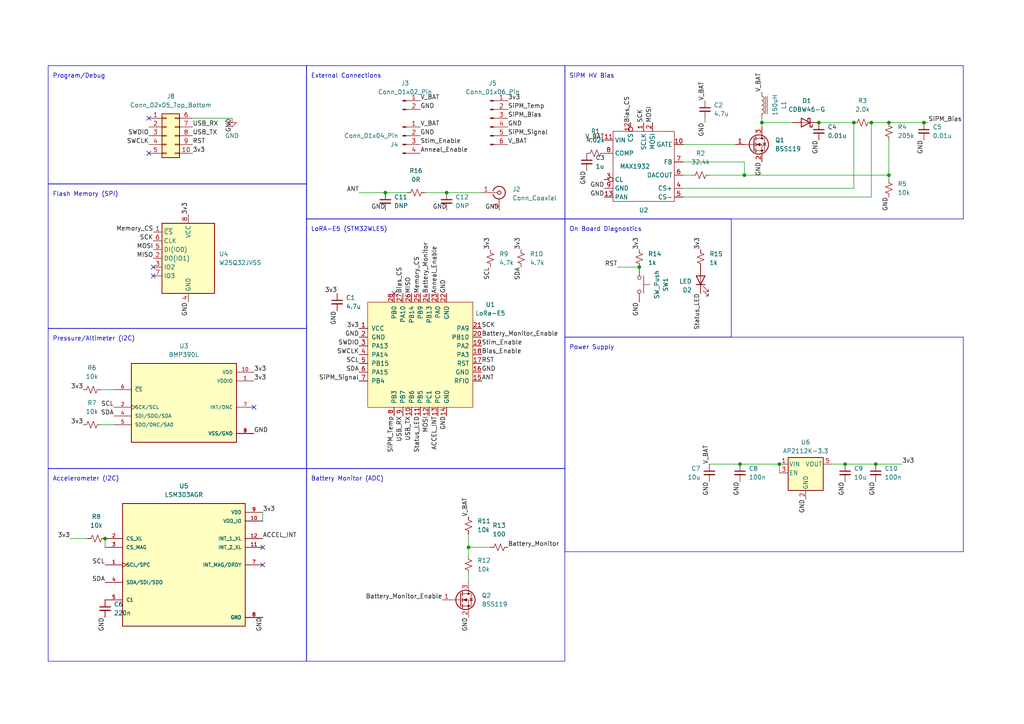
<source format=kicad_sch>
(kicad_sch (version 20230121) (generator eeschema)
  (paper "A4")
  (lib_symbols
    (symbol "BMP390L:BMP390L" (pin_names (offset 1.016))
      (property "Reference" "U" (at -15.24 15.24 0))
      (property "Value" "BMP390L" (at -15.24 -15.24 0))
      (symbol "BMP390L_0_0"
        (rectangle (start -15.24 -10.16) (end 15.24 12.7) (stroke (width 0.254)) (fill (type background)))
        (pin power_in line (at 20.32 7.62 180) (length 5.08) (name "VDDIO") (number "1"))
        (pin power_in line (at 20.32 10.16 180) (length 5.08) (name "VDD") (number "10"))
        (pin input clock (at -20.32 0 0) (length 5.08) (name "SCK/SCL") (number "2"))
        (pin power_in line (at 20.32 -7.62 180) (length 5.08) (name "VSS/GND") (number "3"))
        (pin bidirectional line (at -20.32 -2.54 0) (length 5.08) (name "SDI/SDO/SDA") (number "4"))
        (pin bidirectional line (at -20.32 -5.08 0) (length 5.08) (name "SDO/DNC/SA0") (number "5"))
        (pin input line (at -20.32 5.08 0) (length 5.08) (name "~{CS}") (number "6"))
        (pin output line (at 20.32 0 180) (length 5.08) (name "INT/DNC") (number "7"))
        (pin power_in line (at 20.32 -7.62 180) (length 5.08) (name "VSS/GND") (number "8"))
        (pin power_in line (at 20.32 -7.62 180) (length 5.08) (name "VSS/GND") (number "9"))
      )
    )
    (symbol "Connector:Conn_01x02_Pin" (pin_names (offset 1.016) hide)
      (property "Reference" "J" (at 0 2.54 0))
      (property "Value" "Conn_01x02_Pin" (at 0 -5.08 0))
      (symbol "Conn_01x02_Pin_1_1"
        (polyline (pts (xy 1.27 -2.54) (xy 0.8636 -2.54)) (stroke (width 0.1524)))
        (polyline (pts (xy 1.27 0) (xy 0.8636 0)) (stroke (width 0.1524)))
        (rectangle (start 0.8636 -2.413) (end 0 -2.667) (stroke (width 0.1524)) (fill (type outline)))
        (rectangle (start 0.8636 0.127) (end 0 -0.127) (stroke (width 0.1524)) (fill (type outline)))
        (pin passive line (at 5.08 0 180) (length 3.81) (name "Pin_1") (number "1"))
        (pin passive line (at 5.08 -2.54 180) (length 3.81) (name "Pin_2") (number "2"))
      )
    )
    (symbol "Connector:Conn_01x04_Pin" (pin_names (offset 1.016) hide)
      (property "Reference" "J" (at 0 5.08 0))
      (property "Value" "Conn_01x04_Pin" (at 0 -7.62 0))
      (symbol "Conn_01x04_Pin_1_1"
        (polyline (pts (xy 1.27 -5.08) (xy 0.8636 -5.08)) (stroke (width 0.1524)))
        (polyline (pts (xy 1.27 -2.54) (xy 0.8636 -2.54)) (stroke (width 0.1524)))
        (polyline (pts (xy 1.27 0) (xy 0.8636 0)) (stroke (width 0.1524)))
        (polyline (pts (xy 1.27 2.54) (xy 0.8636 2.54)) (stroke (width 0.1524)))
        (rectangle (start 0.8636 -4.953) (end 0 -5.207) (stroke (width 0.1524)) (fill (type outline)))
        (rectangle (start 0.8636 -2.413) (end 0 -2.667) (stroke (width 0.1524)) (fill (type outline)))
        (rectangle (start 0.8636 0.127) (end 0 -0.127) (stroke (width 0.1524)) (fill (type outline)))
        (rectangle (start 0.8636 2.667) (end 0 2.413) (stroke (width 0.1524)) (fill (type outline)))
        (pin passive line (at 5.08 2.54 180) (length 3.81) (name "Pin_1") (number "1"))
        (pin passive line (at 5.08 0 180) (length 3.81) (name "Pin_2") (number "2"))
        (pin passive line (at 5.08 -2.54 180) (length 3.81) (name "Pin_3") (number "3"))
        (pin passive line (at 5.08 -5.08 180) (length 3.81) (name "Pin_4") (number "4"))
      )
    )
    (symbol "Connector:Conn_01x06_Pin" (pin_names (offset 1.016) hide)
      (property "Reference" "J" (at 0 7.62 0))
      (property "Value" "Conn_01x06_Pin" (at 0 -10.16 0))
      (symbol "Conn_01x06_Pin_1_1"
        (polyline (pts (xy 1.27 -7.62) (xy 0.8636 -7.62)) (stroke (width 0.1524)))
        (polyline (pts (xy 1.27 -5.08) (xy 0.8636 -5.08)) (stroke (width 0.1524)))
        (polyline (pts (xy 1.27 -2.54) (xy 0.8636 -2.54)) (stroke (width 0.1524)))
        (polyline (pts (xy 1.27 0) (xy 0.8636 0)) (stroke (width 0.1524)))
        (polyline (pts (xy 1.27 2.54) (xy 0.8636 2.54)) (stroke (width 0.1524)))
        (polyline (pts (xy 1.27 5.08) (xy 0.8636 5.08)) (stroke (width 0.1524)))
        (rectangle (start 0.8636 -7.493) (end 0 -7.747) (stroke (width 0.1524)) (fill (type outline)))
        (rectangle (start 0.8636 -4.953) (end 0 -5.207) (stroke (width 0.1524)) (fill (type outline)))
        (rectangle (start 0.8636 -2.413) (end 0 -2.667) (stroke (width 0.1524)) (fill (type outline)))
        (rectangle (start 0.8636 0.127) (end 0 -0.127) (stroke (width 0.1524)) (fill (type outline)))
        (rectangle (start 0.8636 2.667) (end 0 2.413) (stroke (width 0.1524)) (fill (type outline)))
        (rectangle (start 0.8636 5.207) (end 0 4.953) (stroke (width 0.1524)) (fill (type outline)))
        (pin passive line (at 5.08 5.08 180) (length 3.81) (name "Pin_1") (number "1"))
        (pin passive line (at 5.08 2.54 180) (length 3.81) (name "Pin_2") (number "2"))
        (pin passive line (at 5.08 0 180) (length 3.81) (name "Pin_3") (number "3"))
        (pin passive line (at 5.08 -2.54 180) (length 3.81) (name "Pin_4") (number "4"))
        (pin passive line (at 5.08 -5.08 180) (length 3.81) (name "Pin_5") (number "5"))
        (pin passive line (at 5.08 -7.62 180) (length 3.81) (name "Pin_6") (number "6"))
      )
    )
    (symbol "Connector:Conn_Coaxial" (pin_names (offset 1.016) hide)
      (property "Reference" "J" (at 0.254 3.048 0))
      (property "Value" "Conn_Coaxial" (at 2.921 0 90))
      (symbol "Conn_Coaxial_0_1"
        (arc (start -1.778 -0.508) (mid 0.2311 -1.8066) (end 1.778 0) (stroke (width 0.254)))
        (polyline (pts (xy -2.54 0) (xy -0.508 0)))
        (polyline (pts (xy 0 -2.54) (xy 0 -1.778)))
        (circle (center 0 0) (radius 0.508) (stroke (width 0.2032)))
        (arc (start 1.778 0) (mid 0.2099 1.8101) (end -1.778 0.508) (stroke (width 0.254)))
      )
      (symbol "Conn_Coaxial_1_1"
        (pin passive line (at -5.08 0 0) (length 2.54) (name "In") (number "1"))
        (pin passive line (at 0 -5.08 90) (length 2.54) (name "Ext") (number "2"))
      )
    )
    (symbol "Connector_Generic:Conn_02x05_Top_Bottom" (pin_names (offset 1.016) hide)
      (property "Reference" "J" (at 1.27 7.62 0))
      (property "Value" "Conn_02x05_Top_Bottom" (at 1.27 -7.62 0))
      (symbol "Conn_02x05_Top_Bottom_1_1"
        (rectangle (start -1.27 -4.953) (end 0 -5.207) (stroke (width 0.1524)))
        (rectangle (start -1.27 -2.413) (end 0 -2.667) (stroke (width 0.1524)))
        (rectangle (start -1.27 0.127) (end 0 -0.127) (stroke (width 0.1524)))
        (rectangle (start -1.27 2.667) (end 0 2.413) (stroke (width 0.1524)))
        (rectangle (start -1.27 5.207) (end 0 4.953) (stroke (width 0.1524)))
        (rectangle (start -1.27 6.35) (end 3.81 -6.35) (stroke (width 0.254)) (fill (type background)))
        (rectangle (start 3.81 -4.953) (end 2.54 -5.207) (stroke (width 0.1524)))
        (rectangle (start 3.81 -2.413) (end 2.54 -2.667) (stroke (width 0.1524)))
        (rectangle (start 3.81 0.127) (end 2.54 -0.127) (stroke (width 0.1524)))
        (rectangle (start 3.81 2.667) (end 2.54 2.413) (stroke (width 0.1524)))
        (rectangle (start 3.81 5.207) (end 2.54 4.953) (stroke (width 0.1524)))
        (pin passive line (at -5.08 5.08 0) (length 3.81) (name "Pin_1") (number "1"))
        (pin passive line (at 7.62 -5.08 180) (length 3.81) (name "Pin_10") (number "10"))
        (pin passive line (at -5.08 2.54 0) (length 3.81) (name "Pin_2") (number "2"))
        (pin passive line (at -5.08 0 0) (length 3.81) (name "Pin_3") (number "3"))
        (pin passive line (at -5.08 -2.54 0) (length 3.81) (name "Pin_4") (number "4"))
        (pin passive line (at -5.08 -5.08 0) (length 3.81) (name "Pin_5") (number "5"))
        (pin passive line (at 7.62 5.08 180) (length 3.81) (name "Pin_6") (number "6"))
        (pin passive line (at 7.62 2.54 180) (length 3.81) (name "Pin_7") (number "7"))
        (pin passive line (at 7.62 0 180) (length 3.81) (name "Pin_8") (number "8"))
        (pin passive line (at 7.62 -2.54 180) (length 3.81) (name "Pin_9") (number "9"))
      )
    )
    (symbol "Device:C_Small" (pin_numbers hide) (pin_names (offset 0.254) hide)
      (property "Reference" "C" (at 0.254 1.778 0))
      (property "Value" "C_Small" (at 0.254 -2.032 0))
      (symbol "C_Small_0_1"
        (polyline (pts (xy -1.524 -0.508) (xy 1.524 -0.508)) (stroke (width 0.3302)))
        (polyline (pts (xy -1.524 0.508) (xy 1.524 0.508)) (stroke (width 0.3048)))
      )
      (symbol "C_Small_1_1"
        (pin passive line (at 0 2.54 270) (length 2.032) (name "~") (number "1"))
        (pin passive line (at 0 -2.54 90) (length 2.032) (name "~") (number "2"))
      )
    )
    (symbol "Device:D_Schottky" (pin_numbers hide) (pin_names (offset 1.016) hide)
      (property "Reference" "D" (at 0 2.54 0))
      (property "Value" "D_Schottky" (at 0 -2.54 0))
      (symbol "D_Schottky_0_1"
        (polyline (pts (xy 1.27 0) (xy -1.27 0)))
        (polyline (pts (xy 1.27 1.27) (xy 1.27 -1.27) (xy -1.27 0) (xy 1.27 1.27)) (stroke (width 0.254)))
        (polyline (pts (xy -1.905 0.635) (xy -1.905 1.27) (xy -1.27 1.27) (xy -1.27 -1.27) (xy -0.635 -1.27) (xy -0.635 -0.635)) (stroke (width 0.254)))
      )
      (symbol "D_Schottky_1_1"
        (pin passive line (at -3.81 0 0) (length 2.54) (name "K") (number "1"))
        (pin passive line (at 3.81 0 180) (length 2.54) (name "A") (number "2"))
      )
    )
    (symbol "Device:LED" (pin_numbers hide) (pin_names (offset 1.016) hide)
      (property "Reference" "D" (at 0 2.54 0))
      (property "Value" "LED" (at 0 -2.54 0))
      (symbol "LED_0_1"
        (polyline (pts (xy -1.27 -1.27) (xy -1.27 1.27)) (stroke (width 0.254)))
        (polyline (pts (xy -1.27 0) (xy 1.27 0)))
        (polyline (pts (xy 1.27 -1.27) (xy 1.27 1.27) (xy -1.27 0) (xy 1.27 -1.27)) (stroke (width 0.254)))
        (polyline (pts (xy -3.048 -0.762) (xy -4.572 -2.286) (xy -3.81 -2.286) (xy -4.572 -2.286) (xy -4.572 -1.524)))
        (polyline (pts (xy -1.778 -0.762) (xy -3.302 -2.286) (xy -2.54 -2.286) (xy -3.302 -2.286) (xy -3.302 -1.524)))
      )
      (symbol "LED_1_1"
        (pin passive line (at -3.81 0 0) (length 2.54) (name "K") (number "1"))
        (pin passive line (at 3.81 0 180) (length 2.54) (name "A") (number "2"))
      )
    )
    (symbol "Device:L_Iron" (pin_numbers hide) (pin_names (offset 1.016) hide)
      (property "Reference" "L" (at -1.27 0 90))
      (property "Value" "L_Iron" (at 2.794 0 90))
      (symbol "L_Iron_0_1"
        (arc (start 0 -2.54) (mid 0.6323 -1.905) (end 0 -1.27))
        (arc (start 0 -1.27) (mid 0.6323 -0.635) (end 0 0))
        (polyline (pts (xy 1.016 2.54) (xy 1.016 -2.54)))
        (polyline (pts (xy 1.524 -2.54) (xy 1.524 2.54)))
        (arc (start 0 0) (mid 0.6323 0.635) (end 0 1.27))
        (arc (start 0 1.27) (mid 0.6323 1.905) (end 0 2.54))
      )
      (symbol "L_Iron_1_1"
        (pin passive line (at 0 3.81 270) (length 1.27) (name "1") (number "1"))
        (pin passive line (at 0 -3.81 90) (length 1.27) (name "2") (number "2"))
      )
    )
    (symbol "Device:R_Small_US" (pin_numbers hide) (pin_names (offset 0.254) hide)
      (property "Reference" "R" (at 0.762 0.508 0))
      (property "Value" "R_Small_US" (at 0.762 -1.016 0))
      (symbol "R_Small_US_1_1"
        (polyline (pts (xy 0 0) (xy 1.016 -0.381) (xy 0 -0.762) (xy -1.016 -1.143) (xy 0 -1.524)))
        (polyline (pts (xy 0 1.524) (xy 1.016 1.143) (xy 0 0.762) (xy -1.016 0.381) (xy 0 0)))
        (pin passive line (at 0 2.54 270) (length 1.016) (name "~") (number "1"))
        (pin passive line (at 0 -2.54 90) (length 1.016) (name "~") (number "2"))
      )
    )
    (symbol "LSM303AGR:LSM303AGR" (pin_names (offset 1.016))
      (property "Reference" "U" (at -17.78 19.05 0))
      (property "Value" "LSM303AGR" (at -17.78 -19.05 0))
      (symbol "LSM303AGR_0_0"
        (rectangle (start -17.78 -17.78) (end 17.78 17.78) (stroke (width 0.254)) (fill (type background)))
        (pin input clock (at -22.86 0 0) (length 5.08) (name "SCL/SPC") (number "1"))
        (pin power_in line (at 22.86 12.7 180) (length 5.08) (name "VDD_IO") (number "10"))
        (pin output line (at 22.86 5.08 180) (length 5.08) (name "INT_2_XL") (number "11"))
        (pin output line (at 22.86 7.62 180) (length 5.08) (name "INT_1_XL") (number "12"))
        (pin input line (at -22.86 7.62 0) (length 5.08) (name "CS_XL") (number "2"))
        (pin input line (at -22.86 5.08 0) (length 5.08) (name "CS_MAG") (number "3"))
        (pin bidirectional line (at -22.86 -5.08 0) (length 5.08) (name "SDA/SDI/SDO") (number "4"))
        (pin passive line (at -22.86 -10.16 0) (length 5.08) (name "C1") (number "5"))
        (pin power_in line (at 22.86 -15.24 180) (length 5.08) (name "GND") (number "6"))
        (pin output line (at 22.86 0 180) (length 5.08) (name "INT_MAG/DRDY") (number "7"))
        (pin power_in line (at 22.86 -15.24 180) (length 5.08) (name "GND") (number "8"))
        (pin power_in line (at 22.86 15.24 180) (length 5.08) (name "VDD") (number "9"))
      )
    )
    (symbol "LoRa-E5:LoRa-E5" (pin_names (offset 1.016))
      (property "Reference" "U" (at 0 0 0))
      (property "Value" "LoRa-E5" (at 0 2.54 0))
      (symbol "LoRa-E5_0_1"
        (rectangle (start -15.24 15.24) (end 15.24 -15.24) (fill (type background)))
      )
      (symbol "LoRa-E5_1_1"
        (pin input line (at -17.78 7.62 0) (length 2.54) (name "VCC") (number "1"))
        (pin input line (at -2.54 -17.78 90) (length 2.54) (name "PB6") (number "10"))
        (pin input line (at 0 -17.78 90) (length 2.54) (name "PB5") (number "11"))
        (pin input line (at 2.54 -17.78 90) (length 2.54) (name "PC1") (number "12"))
        (pin input line (at 5.08 -17.78 90) (length 2.54) (name "PC0") (number "13"))
        (pin input line (at 7.62 -17.78 90) (length 2.54) (name "GND") (number "14"))
        (pin input line (at 17.78 -7.62 180) (length 2.54) (name "RFIO") (number "15"))
        (pin input line (at 17.78 -5.08 180) (length 2.54) (name "GND") (number "16"))
        (pin input line (at 17.78 -2.54 180) (length 2.54) (name "RST") (number "17"))
        (pin input line (at 17.78 0 180) (length 2.54) (name "PA3") (number "18"))
        (pin input line (at 17.78 2.54 180) (length 2.54) (name "PA2") (number "19"))
        (pin input line (at -17.78 5.08 0) (length 2.54) (name "GND") (number "2"))
        (pin input line (at 17.78 5.08 180) (length 2.54) (name "PB10") (number "20"))
        (pin input line (at 17.78 7.62 180) (length 2.54) (name "PA9") (number "21"))
        (pin input line (at 7.62 17.78 270) (length 2.54) (name "GND") (number "22"))
        (pin input line (at 5.08 17.78 270) (length 2.54) (name "PA0") (number "23"))
        (pin input line (at 2.54 17.78 270) (length 2.54) (name "PB13~{}") (number "24"))
        (pin input line (at 0 17.78 270) (length 2.54) (name "PB9") (number "25"))
        (pin input line (at -2.54 17.78 270) (length 2.54) (name "PB14") (number "26"))
        (pin input line (at -5.08 17.78 270) (length 2.54) (name "PA10") (number "27"))
        (pin input line (at -7.62 17.78 270) (length 2.54) (name "PB0") (number "28"))
        (pin input line (at -17.78 2.54 0) (length 2.54) (name "PA13") (number "3"))
        (pin input line (at -17.78 0 0) (length 2.54) (name "PA14") (number "4"))
        (pin input line (at -17.78 -2.54 0) (length 2.54) (name "PB15") (number "5"))
        (pin input line (at -17.78 -5.08 0) (length 2.54) (name "PA15") (number "6"))
        (pin input line (at -17.78 -7.62 0) (length 2.54) (name "PB4") (number "7"))
        (pin input line (at -7.62 -17.78 90) (length 2.54) (name "PB3") (number "8"))
        (pin input line (at -5.08 -17.78 90) (length 2.54) (name "PB7") (number "9"))
      )
    )
    (symbol "MAX1932:MAX1932"
      (property "Reference" "U" (at -6.35 -12.7 0))
      (symbol "MAX1932_0_1"
        (rectangle (start -8.89 10.16) (end 8.89 -10.16))
      )
      (symbol "MAX1932_1_1"
        (pin input line (at 0 12.7 270) (length 2.54) (name "SCLK") (number "1"))
        (pin input line (at 11.43 6.35 180) (length 2.54) (name "GATE") (number "10"))
        (pin input line (at -11.43 7.62 0) (length 2.54) (name "VIN") (number "11"))
        (pin input inverted (at -3.81 12.7 270) (length 2.54) (name "CS") (number "12"))
        (pin input line (at -11.43 -8.89 0) (length 2.54) (name "PAN") (number "13"))
        (pin input line (at 2.54 12.7 270) (length 2.54) (name "MOSI") (number "2"))
        (pin input inverted (at -11.43 -3.81 0) (length 2.54) (name "CL") (number "3"))
        (pin input line (at 11.43 -6.35 180) (length 2.54) (name "CS+") (number "4"))
        (pin input line (at 11.43 -8.89 180) (length 2.54) (name "CS-") (number "5"))
        (pin input line (at 11.43 -2.54 180) (length 2.54) (name "DACOUT") (number "6"))
        (pin input line (at 11.43 1.27 180) (length 2.54) (name "FB") (number "7"))
        (pin input line (at -11.43 3.81 0) (length 2.54) (name "COMP") (number "8"))
        (pin input line (at -11.43 -6.35 0) (length 2.54) (name "GND") (number "9"))
      )
    )
    (symbol "Memory_Flash:W25Q32JVSS"
      (property "Reference" "U" (at -6.35 11.43 0))
      (property "Value" "W25Q32JVSS" (at 7.62 11.43 0))
      (symbol "W25Q32JVSS_0_1"
        (rectangle (start -7.62 10.16) (end 7.62 -10.16) (stroke (width 0.254)) (fill (type background)))
      )
      (symbol "W25Q32JVSS_1_1"
        (pin input line (at -10.16 7.62 0) (length 2.54) (name "~{CS}") (number "1"))
        (pin bidirectional line (at -10.16 0 0) (length 2.54) (name "DO(IO1)") (number "2"))
        (pin bidirectional line (at -10.16 -2.54 0) (length 2.54) (name "IO2") (number "3"))
        (pin power_in line (at 0 -12.7 90) (length 2.54) (name "GND") (number "4"))
        (pin bidirectional line (at -10.16 2.54 0) (length 2.54) (name "DI(IO0)") (number "5"))
        (pin input line (at -10.16 5.08 0) (length 2.54) (name "CLK") (number "6"))
        (pin bidirectional line (at -10.16 -5.08 0) (length 2.54) (name "IO3") (number "7"))
        (pin power_in line (at 0 12.7 270) (length 2.54) (name "VCC") (number "8"))
      )
    )
    (symbol "Regulator_Linear:AP2112K-3.3" (pin_names (offset 0.254))
      (property "Reference" "U" (at -5.08 5.715 0))
      (property "Value" "AP2112K-3.3" (at 0 5.715 0))
      (symbol "AP2112K-3.3_0_1"
        (rectangle (start -5.08 4.445) (end 5.08 -5.08) (stroke (width 0.254)) (fill (type background)))
      )
      (symbol "AP2112K-3.3_1_1"
        (pin power_in line (at -7.62 2.54 0) (length 2.54) (name "VIN") (number "1"))
        (pin power_in line (at 0 -7.62 90) (length 2.54) (name "GND") (number "2"))
        (pin input line (at -7.62 0 0) (length 2.54) (name "EN") (number "3"))
        (pin no_connect line (at 5.08 0 180) (length 2.54) hide (name "NC") (number "4"))
        (pin power_out line (at 7.62 2.54 180) (length 2.54) (name "VOUT") (number "5"))
      )
    )
    (symbol "Switch:SW_Push" (pin_numbers hide) (pin_names (offset 1.016) hide)
      (property "Reference" "SW" (at 1.27 2.54 0))
      (property "Value" "SW_Push" (at 0 -1.524 0))
      (symbol "SW_Push_0_1"
        (circle (center -2.032 0) (radius 0.508))
        (polyline (pts (xy 0 1.27) (xy 0 3.048)))
        (polyline (pts (xy 2.54 1.27) (xy -2.54 1.27)))
        (circle (center 2.032 0) (radius 0.508))
        (pin passive line (at -5.08 0 0) (length 2.54) (name "1") (number "1"))
        (pin passive line (at 5.08 0 180) (length 2.54) (name "2") (number "2"))
      )
    )
    (symbol "Transistor_FET:BSS138" (pin_names hide)
      (property "Reference" "Q" (at 5.08 1.905 0))
      (property "Value" "BSS138" (at 5.08 0 0))
      (symbol "BSS138_0_1"
        (polyline (pts (xy 0.254 0) (xy -2.54 0)))
        (polyline (pts (xy 0.254 1.905) (xy 0.254 -1.905)) (stroke (width 0.254)))
        (polyline (pts (xy 0.762 -1.27) (xy 0.762 -2.286)) (stroke (width 0.254)))
        (polyline (pts (xy 0.762 0.508) (xy 0.762 -0.508)) (stroke (width 0.254)))
        (polyline (pts (xy 0.762 2.286) (xy 0.762 1.27)) (stroke (width 0.254)))
        (polyline (pts (xy 2.54 2.54) (xy 2.54 1.778)))
        (polyline (pts (xy 2.54 -2.54) (xy 2.54 0) (xy 0.762 0)))
        (polyline (pts (xy 0.762 -1.778) (xy 3.302 -1.778) (xy 3.302 1.778) (xy 0.762 1.778)))
        (polyline (pts (xy 1.016 0) (xy 2.032 0.381) (xy 2.032 -0.381) (xy 1.016 0)) (fill (type outline)))
        (polyline (pts (xy 2.794 0.508) (xy 2.921 0.381) (xy 3.683 0.381) (xy 3.81 0.254)))
        (polyline (pts (xy 3.302 0.381) (xy 2.921 -0.254) (xy 3.683 -0.254) (xy 3.302 0.381)))
        (circle (center 1.651 0) (radius 2.794) (stroke (width 0.254)))
        (circle (center 2.54 -1.778) (radius 0.254) (fill (type outline)))
        (circle (center 2.54 1.778) (radius 0.254) (fill (type outline)))
      )
      (symbol "BSS138_1_1"
        (pin input line (at -5.08 0 0) (length 2.54) (name "G") (number "1"))
        (pin passive line (at 2.54 -5.08 90) (length 2.54) (name "S") (number "2"))
        (pin passive line (at 2.54 5.08 270) (length 2.54) (name "D") (number "3"))
      )
    )
    (symbol "power:GND" (power) (pin_names (offset 0))
      (property "Value" "GND" (at 0 -3.81 0))
      (symbol "GND_0_1"
        (polyline (pts (xy 0 0) (xy 0 -1.27) (xy 1.27 -1.27) (xy 0 -2.54) (xy -1.27 -1.27) (xy 0 -1.27)))
      )
      (symbol "GND_1_1"
        (pin power_in line (at 0 0 270) (length 0) hide (name "GND") (number "1"))
      )
    )
  )
  (junction (at 252.73 35.56))
  (junction (at 185.42 77.47))
  (junction (at 245.11 134.62))
  (junction (at 129.54 55.88))
  (junction (at 214.63 134.62))
  (junction (at 220.98 35.56))
  (junction (at 111.76 55.88))
  (junction (at 254 134.62))
  (junction (at 237.49 35.56))
  (junction (at 267.97 35.56))
  (junction (at 257.81 50.8))
  (junction (at 257.81 35.56))
  (junction (at 247.65 35.56))
  (junction (at 226.06 134.62))
  (junction (at 30.48 156.21))
  (junction (at 135.89 158.75))
  (junction (at 215.9 50.8))
  (no_connect (at 44.45 80.01))
  (no_connect (at 76.2 158.75))
  (no_connect (at 114.3 85.09))
  (no_connect (at 73.66 118.11))
  (no_connect (at 44.45 77.47))
  (no_connect (at 43.18 44.45))
  (no_connect (at 76.2 163.83))
  (no_connect (at 43.18 34.29))
  (wire (pts (xy 254 134.62) (xy 261.62 134.62)))
  (wire (pts (xy 198.12 46.99) (xy 215.9 46.99)))
  (wire (pts (xy 215.9 46.99) (xy 215.9 50.8)))
  (wire (pts (xy 257.81 50.8) (xy 257.81 40.64)))
  (wire (pts (xy 129.54 55.88) (xy 139.7 55.88)))
  (wire (pts (xy 104.14 55.88) (xy 111.76 55.88)))
  (wire (pts (xy 198.12 50.8) (xy 200.66 50.8)))
  (wire (pts (xy 245.11 134.62) (xy 254 134.62)))
  (wire (pts (xy 135.89 158.75) (xy 142.24 158.75)))
  (wire (pts (xy 226.06 134.62) (xy 226.06 137.16)))
  (wire (pts (xy 215.9 50.8) (xy 257.81 50.8)))
  (wire (pts (xy 252.73 35.56) (xy 257.81 35.56)))
  (wire (pts (xy 20.32 156.21) (xy 25.4 156.21)))
  (wire (pts (xy 198.12 54.61) (xy 247.65 54.61)))
  (wire (pts (xy 111.76 55.88) (xy 118.11 55.88)))
  (wire (pts (xy 135.89 154.94) (xy 135.89 158.75)))
  (wire (pts (xy 214.63 134.62) (xy 226.06 134.62)))
  (wire (pts (xy 198.12 41.91) (xy 213.36 41.91)))
  (wire (pts (xy 30.48 156.21) (xy 30.48 158.75)))
  (wire (pts (xy 205.74 134.62) (xy 214.63 134.62)))
  (wire (pts (xy 220.98 34.29) (xy 220.98 35.56)))
  (wire (pts (xy 29.21 113.03) (xy 33.02 113.03)))
  (wire (pts (xy 241.3 134.62) (xy 245.11 134.62)))
  (wire (pts (xy 267.97 35.56) (xy 269.24 35.56)))
  (wire (pts (xy 252.73 57.15) (xy 252.73 35.56)))
  (wire (pts (xy 257.81 52.07) (xy 257.81 50.8)))
  (wire (pts (xy 220.98 35.56) (xy 220.98 36.83)))
  (wire (pts (xy 247.65 35.56) (xy 237.49 35.56)))
  (wire (pts (xy 135.89 158.75) (xy 135.89 161.29)))
  (wire (pts (xy 205.74 50.8) (xy 215.9 50.8)))
  (wire (pts (xy 29.21 123.19) (xy 33.02 123.19)))
  (wire (pts (xy 247.65 54.61) (xy 247.65 35.56)))
  (wire (pts (xy 135.89 166.37) (xy 135.89 168.91)))
  (wire (pts (xy 257.81 35.56) (xy 267.97 35.56)))
  (wire (pts (xy 76.2 148.59) (xy 76.2 151.13)))
  (wire (pts (xy 123.19 55.88) (xy 129.54 55.88)))
  (wire (pts (xy 220.98 35.56) (xy 229.87 35.56)))
  (wire (pts (xy 179.07 77.47) (xy 185.42 77.47)))
  (wire (pts (xy 198.12 57.15) (xy 252.73 57.15)))
  (wire (pts (xy 55.88 34.29) (xy 67.31 34.29)))
  (wire (pts (xy 204.47 34.29) (xy 204.47 35.56)))
  (rectangle (start 88.9 135.89) (end 163.83 191.77))
  (rectangle (start 88.9 19.05) (end 163.83 63.5))
  (rectangle (start 163.83 63.5) (end 212.09 97.79))
  (rectangle (start 13.97 53.34) (end 88.9 95.25))
  (rectangle (start 13.97 135.89) (end 88.9 191.77))
  (rectangle (start 163.83 97.79) (end 279.4 160.02))
  (rectangle (start 88.9 63.5) (end 163.83 135.89))
  (rectangle (start 13.97 19.05) (end 88.9 53.34))
  (rectangle (start 13.97 95.25) (end 88.9 135.89))
  (rectangle (start 163.83 19.05) (end 279.4 63.5))
  (text "Power Supply" (at 165.1 101.6 0) (effects (font (size 1.27 1.27)) (justify left bottom)))
  (text "Pressure/Altimeter (I2C)" (at 15.24 99.06 0) (effects (font (size 1.27 1.27)) (justify left bottom)))
  (text "Accelerometer (I2C)" (at 15.24 139.7 0) (effects (font (size 1.27 1.27)) (justify left bottom)))
  (text "On Board Diagnostics" (at 165.1 67.31 0) (effects (font (size 1.27 1.27)) (justify left bottom)))
  (text "Flash Memory (SPI)" (at 15.24 57.15 0) (effects (font (size 1.27 1.27)) (justify left bottom)))
  (text "External Connections" (at 90.17 22.86 0) (effects (font (size 1.27 1.27)) (justify left bottom)))
  (text "SiPM HV Bias" (at 165.1 22.86 0) (effects (font (size 1.27 1.27)) (justify left bottom)))
  (text "Program/Debug" (at 15.24 22.86 0) (effects (font (size 1.27 1.27)) (justify left bottom)))
  (text "LoRA-E5 (STM32WLE5)" (at 90.17 67.31 0) (effects (font (size 1.27 1.27)) (justify left bottom)))
  (text "Battery Monitor (ADC)" (at 90.17 139.7 0) (effects (font (size 1.27 1.27)) (justify left bottom)))
  (label "V_BAT" (at 147.32 41.91 0))
  (label "ANT" (at 139.7 110.49 0))
  (label "Status_LED" (at 203.2 85.09 270))
  (label "GND" (at 245.11 139.7 270))
  (label "SCK" (at 186.69 35.56 90))
  (label "SDA" (at 151.13 77.47 270))
  (label "3v3" (at 24.13 123.19 180))
  (label "SDA" (at 33.02 120.65 180))
  (label "3v3" (at 20.32 156.21 180))
  (label "3v3" (at 76.2 148.59 0))
  (label "USB_RX" (at 55.88 36.83 0))
  (label "3v3" (at 142.24 72.39 90))
  (label "GND" (at 73.66 125.73 0))
  (label "GND" (at 54.61 87.63 270))
  (label "V_BAT" (at 121.92 36.83 0))
  (label "USB_TX" (at 119.38 120.65 270))
  (label "GND" (at 111.76 60.96 180))
  (label "Stim_Enable" (at 139.7 100.33 0))
  (label "GND" (at 76.2 179.07 270))
  (label "RST" (at 179.07 77.47 180))
  (label "3v3" (at 73.66 107.95 0))
  (label "GND" (at 104.14 97.79 180))
  (label "MOSI" (at 44.45 72.39 180))
  (label "GND" (at 135.89 179.07 270))
  (label "Battery_Monitor" (at 124.46 85.09 90))
  (label "3v3" (at 261.62 134.62 0))
  (label "SDA" (at 30.48 168.91 180))
  (label "3v3" (at 203.2 72.39 90))
  (label "3v3" (at 55.88 44.45 0))
  (label "V_BAT" (at 220.98 26.67 90))
  (label "ANT" (at 104.14 55.88 180))
  (label "Bias_Enable" (at 139.7 102.87 0))
  (label "3v3" (at 104.14 95.25 180))
  (label "GND" (at 267.97 40.64 270))
  (label "MOSI" (at 189.23 35.56 90))
  (label "Bias_CS" (at 182.88 35.56 90))
  (label "SCL" (at 104.14 105.41 180))
  (label "V_BAT" (at 175.26 40.64 180))
  (label "SCL" (at 142.24 77.47 270))
  (label "SiPM_Temp" (at 147.32 31.75 0))
  (label "GND" (at 121.92 31.75 0))
  (label "GND" (at 214.63 139.7 270))
  (label "V_BAT" (at 205.74 134.62 90))
  (label "3v3" (at 185.42 72.39 90))
  (label "GND" (at 175.26 57.15 180))
  (label "GND" (at 170.18 49.53 270))
  (label "GND" (at 237.49 40.64 270))
  (label "SWDIO" (at 104.14 100.33 180))
  (label "GND" (at 185.42 87.63 270))
  (label "GND" (at 129.54 120.65 270))
  (label "3v3" (at 24.13 113.03 180))
  (label "GND" (at 254 139.7 270))
  (label "GND" (at 30.48 179.07 270))
  (label "SCL" (at 30.48 163.83 180))
  (label "V_BAT" (at 135.89 149.86 90))
  (label "RST" (at 55.88 41.91 0))
  (label "GND" (at 121.92 39.37 0))
  (label "GND" (at 97.79 90.17 270))
  (label "SCL" (at 33.02 118.11 180))
  (label "Battery_Monitor_Enable" (at 139.7 97.79 0))
  (label "3v3" (at 73.66 110.49 0))
  (label "3v3" (at 54.61 62.23 90))
  (label "MISO" (at 44.45 74.93 180))
  (label "Status_LED" (at 121.92 120.65 270))
  (label "SiPM_Temp" (at 114.3 120.65 270))
  (label "ACCEL_INT" (at 127 120.65 270))
  (label "ACCEL_INT" (at 76.2 156.21 0))
  (label "USB_TX" (at 55.88 39.37 0))
  (label "SCK" (at 44.45 69.85 180))
  (label "3v3" (at 151.13 72.39 90))
  (label "RST" (at 139.7 105.41 0))
  (label "V_BAT" (at 204.47 29.21 90))
  (label "SiPM_Bias" (at 147.32 34.29 0))
  (label "Memory_CS" (at 121.92 85.09 90))
  (label "GND" (at 129.54 60.96 180))
  (label "SDA" (at 104.14 107.95 180))
  (label "GND" (at 67.31 34.29 270))
  (label "GND" (at 139.7 107.95 0))
  (label "MOSI" (at 124.46 120.65 270))
  (label "SiPM_Signal" (at 104.14 110.49 180))
  (label "3v3" (at 97.79 85.09 180))
  (label "GND" (at 233.68 144.78 270))
  (label "SWDIO" (at 43.18 39.37 180))
  (label "Anneal_Enable" (at 121.92 44.45 0))
  (label "SCK" (at 139.7 95.25 0))
  (label "GND" (at 144.78 60.96 180))
  (label "SiPM_Signal" (at 147.32 39.37 0))
  (label "Battery_Monitor" (at 147.32 158.75 0))
  (label "GND" (at 257.81 57.15 270))
  (label "Battery_Monitor_Enable" (at 128.27 173.99 180))
  (label "GND" (at 204.47 35.56 270))
  (label "USB_RX" (at 116.84 120.65 270))
  (label "GND" (at 175.26 54.61 180))
  (label "GND" (at 220.98 46.99 270))
  (label "SWCLK" (at 43.18 41.91 180))
  (label "GND" (at 205.74 139.7 270))
  (label "Memory_CS" (at 44.45 67.31 180))
  (label "GND" (at 147.32 36.83 0))
  (label "Stim_Enable" (at 121.92 41.91 0))
  (label "3v3" (at 147.32 29.21 0))
  (label "SWCLK" (at 104.14 102.87 180))
  (label "GND" (at 129.54 85.09 90))
  (label "Anneal_Enable" (at 127 85.09 90))
  (label "V_BAT" (at 121.92 29.21 0))
  (label "MISO" (at 119.38 85.09 90))
  (label "SiPM_Bias" (at 269.24 35.56 0))
  (label "Bias_CS" (at 116.84 85.09 90))
  (symbol (lib_id "LoRa-E5:LoRa-E5") (at 121.92 102.87 0) (unit 1)
    (property "Reference" "U1" (at 142.24 88.3219 0))
    (property "Value" "LoRa-E5" (at 142.24 90.8619 0))
    (property "Footprint" "LoRa-E5:LoRa-E5" (effects hide))
  )
  (symbol (lib_id "Device:C_Small") (at 97.79 87.63 0) (unit 1)
    (property "Reference" "C1" (at 100.33 86.3663 0) (effects (justify left)))
    (property "Value" "4.7u" (at 100.33 88.9063 0) (effects (justify left)))
    (property "Footprint" "Capacitor_SMD:C_0805_2012Metric_Pad1.18x1.45mm_HandSolder" (effects hide))
  )
  (symbol (lib_id "Device:C_Small") (at 205.74 137.16 0) (mirror y) (unit 1)
    (property "Reference" "C7" (at 203.2 135.8963 0) (effects (justify left)))
    (property "Value" "10u" (at 203.2 138.4363 0) (effects (justify left)))
    (property "Footprint" "Capacitor_SMD:C_0805_2012Metric_Pad1.18x1.45mm_HandSolder" (effects hide))
  )
  (symbol (lib_id "Connector:Conn_01x06_Pin") (at 142.24 34.29 0) (unit 1)
    (property "Reference" "J5" (at 142.875 24.13 0))
    (property "Value" "Conn_01x06_Pin" (at 142.875 26.67 0))
    (property "Footprint" "Library:SLW6S-1C7LF" (effects hide))
  )
  (symbol (lib_id "Device:R_Small_US") (at 27.94 156.21 270) (unit 1)
    (property "Reference" "R8" (at 27.94 149.86 90))
    (property "Value" "10k" (at 27.94 152.4 90))
    (property "Footprint" "Resistor_SMD:R_0805_2012Metric_Pad1.20x1.40mm_HandSolder" (effects hide))
  )
  (symbol (lib_id "Device:C_Small") (at 129.54 58.42 0) (unit 1)
    (property "Reference" "C12" (at 132.08 57.1563 0) (effects (justify left)))
    (property "Value" "DNP" (at 132.08 59.6963 0) (effects (justify left)))
    (property "Footprint" "Capacitor_SMD:C_0805_2012Metric_Pad1.18x1.45mm_HandSolder" (effects hide))
  )
  (symbol (lib_id "Device:R_Small_US") (at 142.24 74.93 180) (unit 1)
    (property "Reference" "R9" (at 144.78 73.66 0) (effects (justify right)))
    (property "Value" "4.7k" (at 144.78 76.2 0) (effects (justify right)))
    (property "Footprint" "Resistor_SMD:R_0805_2012Metric_Pad1.20x1.40mm_HandSolder" (effects hide))
  )
  (symbol (lib_id "Device:R_Small_US") (at 144.78 158.75 270) (unit 1)
    (property "Reference" "R13" (at 144.78 152.4 90))
    (property "Value" "100" (at 144.78 154.94 90))
    (property "Footprint" "Resistor_SMD:R_0805_2012Metric_Pad1.20x1.40mm_HandSolder" (effects hide))
  )
  (symbol (lib_id "Transistor_FET:BSS138") (at 218.44 41.91 0) (unit 1)
    (property "Reference" "Q1" (at 224.79 40.64 0) (effects (justify left)))
    (property "Value" "BSS119" (at 224.79 43.18 0) (effects (justify left)))
    (property "Footprint" "Package_TO_SOT_SMD:SOT-23" (effects hide))
    (property "Datasheet" "https://www.onsemi.com/pub/Collateral/BSS138-D.PDF" (effects hide))
  )
  (symbol (lib_id "Device:C_Small") (at 245.11 137.16 0) (unit 1)
    (property "Reference" "C9" (at 247.65 135.8963 0) (effects (justify left)))
    (property "Value" "10u" (at 247.65 138.4363 0) (effects (justify left)))
    (property "Footprint" "Capacitor_SMD:C_0805_2012Metric_Pad1.18x1.45mm_HandSolder" (effects hide))
  )
  (symbol (lib_id "Device:R_Small_US") (at 203.2 50.8 90) (unit 1)
    (property "Reference" "R2" (at 203.2 44.45 90))
    (property "Value" "32.4k" (at 203.2 46.99 90))
    (property "Footprint" "Resistor_SMD:R_0805_2012Metric_Pad1.20x1.40mm_HandSolder" (effects hide))
  )
  (symbol (lib_id "Device:R_Small_US") (at 151.13 74.93 180) (unit 1)
    (property "Reference" "R10" (at 153.67 73.66 0) (effects (justify right)))
    (property "Value" "4.7k" (at 153.67 76.2 0) (effects (justify right)))
    (property "Footprint" "Resistor_SMD:R_0805_2012Metric_Pad1.20x1.40mm_HandSolder" (effects hide))
  )
  (symbol (lib_id "MAX1932:MAX1932") (at 186.69 48.26 0) (unit 1)
    (property "Reference" "U2" (at 186.69 60.96 0))
    (property "Value" "MAX1932" (at 184.15 48.26 0))
    (property "Footprint" "Library:MAX1932_handsolder" (effects hide))
  )
  (symbol (lib_id "Device:C_Small") (at 111.76 58.42 0) (unit 1)
    (property "Reference" "C11" (at 114.3 57.1563 0) (effects (justify left)))
    (property "Value" "DNP" (at 114.3 59.6963 0) (effects (justify left)))
    (property "Footprint" "Capacitor_SMD:C_0805_2012Metric_Pad1.18x1.45mm_HandSolder" (effects hide))
  )
  (symbol (lib_id "Device:C_Small") (at 267.97 38.1 0) (unit 1)
    (property "Reference" "C5" (at 270.51 36.8363 0) (effects (justify left)))
    (property "Value" "0.01u" (at 270.51 39.3763 0) (effects (justify left)))
    (property "Footprint" "Capacitor_SMD:C_0805_2012Metric_Pad1.18x1.45mm_HandSolder" (effects hide))
  )
  (symbol (lib_id "Memory_Flash:W25Q32JVSS") (at 54.61 74.93 0) (unit 1)
    (property "Reference" "U4" (at 63.5 73.66 0) (effects (justify left)))
    (property "Value" "W25Q32JVSS" (at 63.5 76.2 0) (effects (justify left)))
    (property "Footprint" "Package_SO:SOIC-8_5.23x5.23mm_P1.27mm" (effects hide))
    (property "Datasheet" "http://www.winbond.com/resource-files/w25q32jv%20revg%2003272018%20plus.pdf" (effects hide))
  )
  (symbol (lib_id "Transistor_FET:BSS138") (at 133.35 173.99 0) (unit 1)
    (property "Reference" "Q2" (at 139.7 172.72 0) (effects (justify left)))
    (property "Value" "BSS119" (at 139.7 175.26 0) (effects (justify left)))
    (property "Footprint" "Package_TO_SOT_SMD:SOT-23" (effects hide))
    (property "Datasheet" "https://www.onsemi.com/pub/Collateral/BSS138-D.PDF" (effects hide))
  )
  (symbol (lib_id "Device:LED") (at 203.2 81.28 90) (unit 1)
    (property "Reference" "D2" (at 200.66 84.1375 90) (effects (justify left)))
    (property "Value" "LED" (at 200.66 81.5975 90) (effects (justify left)))
    (property "Footprint" "LED_SMD:LED_0805_2012Metric_Pad1.15x1.40mm_HandSolder" (effects hide))
  )
  (symbol (lib_id "Device:R_Small_US") (at 257.81 38.1 0) (unit 1)
    (property "Reference" "R4" (at 260.35 36.83 0) (effects (justify left)))
    (property "Value" "205k" (at 260.35 39.37 0) (effects (justify left)))
    (property "Footprint" "Resistor_SMD:R_0805_2012Metric_Pad1.20x1.40mm_HandSolder" (effects hide))
  )
  (symbol (lib_id "Device:C_Small") (at 30.48 176.53 0) (unit 1)
    (property "Reference" "C6" (at 33.02 175.2663 0) (effects (justify left)))
    (property "Value" "220n" (at 33.02 177.8063 0) (effects (justify left)))
    (property "Footprint" "Capacitor_SMD:C_0805_2012Metric_Pad1.18x1.45mm_HandSolder" (effects hide))
  )
  (symbol (lib_id "Switch:SW_Push") (at 185.42 82.55 270) (unit 1)
    (property "Reference" "SW1" (at 193.04 82.55 0))
    (property "Value" "SW_Push" (at 190.5 82.55 0))
    (property "Footprint" "Button_Switch_SMD:SW_SPST_PTS810" (effects hide))
  )
  (symbol (lib_id "Device:R_Small_US") (at 135.89 163.83 0) (unit 1)
    (property "Reference" "R12" (at 138.43 162.56 0) (effects (justify left)))
    (property "Value" "10k" (at 138.43 165.1 0) (effects (justify left)))
    (property "Footprint" "Resistor_SMD:R_0805_2012Metric_Pad1.20x1.40mm_HandSolder" (effects hide))
  )
  (symbol (lib_id "Connector_Generic:Conn_02x05_Top_Bottom") (at 48.26 39.37 0) (unit 1)
    (property "Reference" "J8" (at 49.53 27.94 0))
    (property "Value" "Conn_02x05_Top_Bottom" (at 49.53 30.48 0))
    (property "Footprint" "Library:STLINK-V3MINIE" (effects hide))
  )
  (symbol (lib_id "Device:C_Small") (at 170.18 46.99 0) (unit 1)
    (property "Reference" "C3" (at 172.72 45.7263 0) (effects (justify left)))
    (property "Value" "1u" (at 172.72 48.2663 0) (effects (justify left)))
    (property "Footprint" "Capacitor_SMD:C_0805_2012Metric_Pad1.18x1.45mm_HandSolder" (effects hide))
  )
  (symbol (lib_id "Device:C_Small") (at 237.49 38.1 0) (unit 1)
    (property "Reference" "C4" (at 240.03 36.8363 0) (effects (justify left)))
    (property "Value" "0.01u" (at 240.03 39.3763 0) (effects (justify left)))
    (property "Footprint" "Capacitor_SMD:C_0805_2012Metric_Pad1.18x1.45mm_HandSolder" (effects hide))
  )
  (symbol (lib_id "Device:D_Schottky") (at 233.68 35.56 180) (unit 1)
    (property "Reference" "D1" (at 233.9975 29.21 0))
    (property "Value" "CDBW46-G" (at 233.9975 31.75 0))
    (property "Footprint" "Diode_SMD:D_SOD-123" (effects hide))
  )
  (symbol (lib_id "Device:R_Small_US") (at 185.42 74.93 180) (unit 1)
    (property "Reference" "R14" (at 187.96 73.66 0) (effects (justify right)))
    (property "Value" "1k" (at 187.96 76.2 0) (effects (justify right)))
    (property "Footprint" "Resistor_SMD:R_0805_2012Metric_Pad1.20x1.40mm_HandSolder" (effects hide))
  )
  (symbol (lib_id "Device:R_Small_US") (at 203.2 74.93 180) (unit 1)
    (property "Reference" "R15" (at 205.74 73.66 0) (effects (justify right)))
    (property "Value" "1k" (at 205.74 76.2 0) (effects (justify right)))
    (property "Footprint" "Resistor_SMD:R_0805_2012Metric_Pad1.20x1.40mm_HandSolder" (effects hide))
  )
  (symbol (lib_id "Connector:Conn_01x02_Pin") (at 116.84 29.21 0) (unit 1)
    (property "Reference" "J3" (at 117.475 24.13 0))
    (property "Value" "Conn_01x02_Pin" (at 117.475 26.67 0))
    (property "Footprint" "Library:JST-PH-RH-SM" (effects hide))
  )
  (symbol (lib_id "power:GND") (at 67.31 34.29 0) (unit 1)
    (property "Reference" "#PWR01" (effects hide))
    (property "Value" "GND" (at 67.31 39.37 0))
  )
  (symbol (lib_id "Device:R_Small_US") (at 257.81 54.61 0) (unit 1)
    (property "Reference" "R5" (at 260.35 53.34 0) (effects (justify left)))
    (property "Value" "10k" (at 260.35 55.88 0) (effects (justify left)))
    (property "Footprint" "Resistor_SMD:R_0805_2012Metric_Pad1.20x1.40mm_HandSolder" (effects hide))
  )
  (symbol (lib_id "Device:R_Small_US") (at 26.67 123.19 270) (unit 1)
    (property "Reference" "R7" (at 26.67 116.84 90))
    (property "Value" "10k" (at 26.67 119.38 90))
    (property "Footprint" "Resistor_SMD:R_0805_2012Metric_Pad1.20x1.40mm_HandSolder" (effects hide))
  )
  (symbol (lib_id "Device:C_Small") (at 254 137.16 0) (unit 1)
    (property "Reference" "C10" (at 256.54 135.8963 0) (effects (justify left)))
    (property "Value" "100n" (at 256.54 138.4363 0) (effects (justify left)))
    (property "Footprint" "Capacitor_SMD:C_0805_2012Metric_Pad1.18x1.45mm_HandSolder" (effects hide))
  )
  (symbol (lib_id "Device:R_Small_US") (at 26.67 113.03 270) (unit 1)
    (property "Reference" "R6" (at 26.67 106.68 90))
    (property "Value" "10k" (at 26.67 109.22 90))
    (property "Footprint" "Resistor_SMD:R_0805_2012Metric_Pad1.20x1.40mm_HandSolder" (effects hide))
  )
  (symbol (lib_id "Regulator_Linear:AP2112K-3.3") (at 233.68 137.16 0) (unit 1)
    (property "Reference" "U6" (at 233.68 128.27 0))
    (property "Value" "AP2112K-3.3" (at 233.68 130.81 0))
    (property "Footprint" "Package_TO_SOT_SMD:SOT-23-5" (effects hide))
    (property "Datasheet" "https://www.diodes.com/assets/Datasheets/AP2112.pdf" (effects hide))
  )
  (symbol (lib_id "Device:R_Small_US") (at 250.19 35.56 90) (unit 1)
    (property "Reference" "R3" (at 250.19 29.21 90))
    (property "Value" "2.0k" (at 250.19 31.75 90))
    (property "Footprint" "Resistor_SMD:R_0805_2012Metric_Pad1.20x1.40mm_HandSolder" (effects hide))
  )
  (symbol (lib_id "Device:R_Small_US") (at 172.72 44.45 90) (unit 1)
    (property "Reference" "R1" (at 172.72 38.1 90))
    (property "Value" "4.02k" (at 172.72 40.64 90))
    (property "Footprint" "Resistor_SMD:R_0805_2012Metric_Pad1.20x1.40mm_HandSolder" (effects hide))
  )
  (symbol (lib_id "Device:C_Small") (at 204.47 31.75 0) (unit 1)
    (property "Reference" "C2" (at 207.01 30.4863 0) (effects (justify left)))
    (property "Value" "4.7u" (at 207.01 33.0263 0) (effects (justify left)))
    (property "Footprint" "Capacitor_SMD:C_0805_2012Metric_Pad1.18x1.45mm_HandSolder" (effects hide))
  )
  (symbol (lib_id "Device:R_Small_US") (at 120.65 55.88 270) (unit 1)
    (property "Reference" "R16" (at 120.65 49.53 90))
    (property "Value" "0R" (at 120.65 52.07 90))
    (property "Footprint" "Resistor_SMD:R_0805_2012Metric_Pad1.20x1.40mm_HandSolder" (effects hide))
  )
  (symbol (lib_id "BMP390L:BMP390L") (at 53.34 118.11 0) (unit 1)
    (property "Reference" "U3" (at 53.34 100.33 0))
    (property "Value" "BMP390L" (at 53.34 102.87 0))
    (property "Footprint" "Library:bmp390_handsolder" (effects hide))
    (property "MF" "Bosch Sensortec" (effects hide))
    (property "MAXIMUM_PACKAGE_HEIGHT" "0.8 mm" (effects hide))
    (property "Package" "None" (effects hide))
    (property "Price" "None" (effects hide))
    (property "Check_prices" "https://www.snapeda.com/parts/BMP390L/Bosch+Sensortec/view-part/?ref=eda" (effects hide))
    (property "STANDARD" "Manufacturer Recommendation" (effects hide))
    (property "PARTREV" "1.7" (effects hide))
    (property "SnapEDA_Link" "https://www.snapeda.com/parts/BMP390L/Bosch+Sensortec/view-part/?ref=snap" (effects hide))
    (property "MP" "BMP390L" (effects hide))
    (property "Purchase-URL" "https://www.snapeda.com/api/url_track_click_mouser/?unipart_id=4817101&manufacturer=Bosch Sensortec&part_name=BMP390L&search_term=None" (effects hide))
    (property "Description" "\nPressure Sensor 4.35PSI ~ 18.13PSI (30kPa ~ 125kPa) Absolute - - 10-WFLGA\n" (effects hide))
    (property "MANUFACTURER" "BOSCH" (effects hide))
    (property "Availability" "In Stock" (effects hide))
    (property "SNAPEDA_PN" "BMP390L" (effects hide))
  )
  (symbol (lib_id "Device:R_Small_US") (at 135.89 152.4 0) (unit 1)
    (property "Reference" "R11" (at 138.43 151.13 0) (effects (justify left)))
    (property "Value" "10k" (at 138.43 153.67 0) (effects (justify left)))
    (property "Footprint" "Resistor_SMD:R_0805_2012Metric_Pad1.20x1.40mm_HandSolder" (effects hide))
  )
  (symbol (lib_id "Device:C_Small") (at 214.63 137.16 0) (unit 1)
    (property "Reference" "C8" (at 217.17 135.8963 0) (effects (justify left)))
    (property "Value" "100n" (at 217.17 138.4363 0) (effects (justify left)))
    (property "Footprint" "Capacitor_SMD:C_0805_2012Metric_Pad1.18x1.45mm_HandSolder" (effects hide))
  )
  (symbol (lib_id "Connector:Conn_01x04_Pin") (at 116.84 39.37 0) (unit 1)
    (property "Reference" "J4" (at 115.57 41.91 0) (effects (justify right)))
    (property "Value" "Conn_01x04_Pin" (at 115.57 39.37 0) (effects (justify right)))
    (property "Footprint" "Library:SLW4S-1C7LF" (effects hide))
  )
  (symbol (lib_id "LSM303AGR:LSM303AGR") (at 53.34 163.83 0) (unit 1)
    (property "Reference" "U5" (at 53.34 140.97 0))
    (property "Value" "LSM303AGR" (at 53.34 143.51 0))
    (property "Footprint" "Library:bmp390_handsolder" (effects hide))
    (property "MF" "STMicroelectronics" (effects hide))
    (property "MAXIMUM_PACKAGE_HEIGHT" "1.0mm" (effects hide))
    (property "Package" "VFLGA-12 STMicroelectronics" (effects hide))
    (property "Price" "None" (effects hide))
    (property "Check_prices" "https://www.snapeda.com/parts/LSM303AGR/STMicroelectronics/view-part/?ref=eda" (effects hide))
    (property "STANDARD" "IPC 7351B" (effects hide))
    (property "PARTREV" "10" (effects hide))
    (property "SnapEDA_Link" "https://www.snapeda.com/parts/LSM303AGR/STMicroelectronics/view-part/?ref=snap" (effects hide))
    (property "MP" "LSM303AGR" (effects hide))
    (property "Description" "\nAccelerometer, Magnetometer, Temperature, 6 Axis Sensor I²C, SPI Output\n" (effects hide))
    (property "Availability" "In Stock" (effects hide))
    (property "MANUFACTURER" "STMicroelectronics" (effects hide))
  )
  (symbol (lib_id "Device:L_Iron") (at 220.98 30.48 0) (unit 1)
    (property "Reference" "L1" (at 227.33 30.48 90))
    (property "Value" "150uH" (at 224.79 30.48 90))
    (property "Footprint" "Library:SRN4026" (effects hide))
  )
  (symbol (lib_id "Connector:Conn_Coaxial") (at 144.78 55.88 0) (unit 1)
    (property "Reference" "J2" (at 148.59 54.9032 0) (effects (justify left)))
    (property "Value" "Conn_Coaxial" (at 148.59 57.4432 0) (effects (justify left)))
    (property "Footprint" "Connector_Coaxial:U.FL_Hirose_U.FL-R-SMT-1_Vertical" (effects hide))
    (property "Datasheet" " ~" (effects hide))
  )
)
</source>
